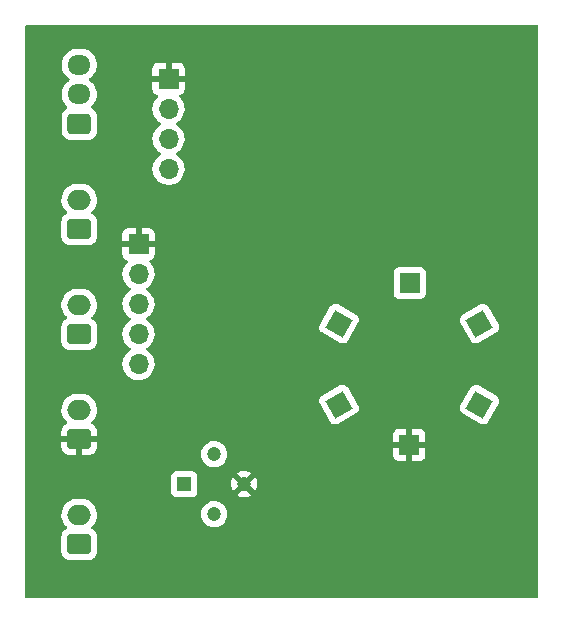
<source format=gbr>
%TF.GenerationSoftware,KiCad,Pcbnew,(6.0.6)*%
%TF.CreationDate,2023-03-15T14:04:20+01:00*%
%TF.ProjectId,Shield_D_port_,53686965-6c64-45f4-94e9-706f7274e92e,rev?*%
%TF.SameCoordinates,Original*%
%TF.FileFunction,Copper,L1,Top*%
%TF.FilePolarity,Positive*%
%FSLAX46Y46*%
G04 Gerber Fmt 4.6, Leading zero omitted, Abs format (unit mm)*
G04 Created by KiCad (PCBNEW (6.0.6)) date 2023-03-15 14:04:20*
%MOMM*%
%LPD*%
G01*
G04 APERTURE LIST*
G04 Aperture macros list*
%AMRoundRect*
0 Rectangle with rounded corners*
0 $1 Rounding radius*
0 $2 $3 $4 $5 $6 $7 $8 $9 X,Y pos of 4 corners*
0 Add a 4 corners polygon primitive as box body*
4,1,4,$2,$3,$4,$5,$6,$7,$8,$9,$2,$3,0*
0 Add four circle primitives for the rounded corners*
1,1,$1+$1,$2,$3*
1,1,$1+$1,$4,$5*
1,1,$1+$1,$6,$7*
1,1,$1+$1,$8,$9*
0 Add four rect primitives between the rounded corners*
20,1,$1+$1,$2,$3,$4,$5,0*
20,1,$1+$1,$4,$5,$6,$7,0*
20,1,$1+$1,$6,$7,$8,$9,0*
20,1,$1+$1,$8,$9,$2,$3,0*%
%AMRotRect*
0 Rectangle, with rotation*
0 The origin of the aperture is its center*
0 $1 length*
0 $2 width*
0 $3 Rotation angle, in degrees counterclockwise*
0 Add horizontal line*
21,1,$1,$2,0,0,$3*%
G04 Aperture macros list end*
%TA.AperFunction,ComponentPad*%
%ADD10R,1.700000X1.700000*%
%TD*%
%TA.AperFunction,ComponentPad*%
%ADD11RotRect,1.700000X1.700000X60.000000*%
%TD*%
%TA.AperFunction,ComponentPad*%
%ADD12RotRect,1.700000X1.700000X30.000000*%
%TD*%
%TA.AperFunction,ComponentPad*%
%ADD13O,1.950000X1.700000*%
%TD*%
%TA.AperFunction,ComponentPad*%
%ADD14RoundRect,0.250000X0.725000X-0.600000X0.725000X0.600000X-0.725000X0.600000X-0.725000X-0.600000X0*%
%TD*%
%TA.AperFunction,ComponentPad*%
%ADD15O,1.700000X1.700000*%
%TD*%
%TA.AperFunction,ComponentPad*%
%ADD16R,1.198000X1.198000*%
%TD*%
%TA.AperFunction,ComponentPad*%
%ADD17C,1.198000*%
%TD*%
%TA.AperFunction,ComponentPad*%
%ADD18RoundRect,0.250000X0.750000X-0.600000X0.750000X0.600000X-0.750000X0.600000X-0.750000X-0.600000X0*%
%TD*%
%TA.AperFunction,ComponentPad*%
%ADD19O,2.000000X1.700000*%
%TD*%
G04 APERTURE END LIST*
D10*
%TO.P,U3,1,VDD*%
%TO.N,+5V*%
X130810000Y-116052600D03*
%TO.P,U3,2,GND*%
%TO.N,GND*%
X130860800Y-102362000D03*
D11*
%TO.P,U3,3,SDA*%
%TO.N,I2C1_SDA*%
X136753600Y-112649000D03*
D12*
X124866400Y-112649000D03*
D11*
%TO.P,U3,4,SCL*%
%TO.N,I2C1_SCL*%
X124866400Y-105791000D03*
D12*
X136753600Y-105791000D03*
%TD*%
D13*
%TO.P,J3,3,Pin_3*%
%TO.N,Ack_UV*%
X102870000Y-83860000D03*
%TO.P,J3,2,Pin_2*%
%TO.N,GND_Sky_Temperature*%
X102870000Y-86360000D03*
D14*
%TO.P,J3,1,Pin_1*%
%TO.N,GND_Pluviom\u00E8tre*%
X102870000Y-88860000D03*
%TD*%
D10*
%TO.P,U2,1,VCC*%
%TO.N,+5V*%
X107890000Y-99060000D03*
D15*
%TO.P,U2,2,GND*%
%TO.N,GND*%
X107890000Y-101600000D03*
%TO.P,U2,3,SCL*%
%TO.N,I2C1_SCL*%
X107890000Y-104140000D03*
%TO.P,U2,4,SDA*%
%TO.N,I2C1_SDA*%
X107890000Y-106680000D03*
%TO.P,U2,5,ACK*%
%TO.N,Ack_UV*%
X107890000Y-109220000D03*
%TD*%
D10*
%TO.P,U1,1,VCC*%
%TO.N,+5V*%
X110430000Y-85060000D03*
D15*
%TO.P,U1,2,GND*%
%TO.N,GND_Pluviom\u00E8tre*%
X110430000Y-87600000D03*
%TO.P,U1,3,D0*%
%TO.N,Pluviom\u00E8tre_Trigger*%
X110430000Y-90140000D03*
%TO.P,U1,4,A0*%
%TO.N,Pluviom\u00E8tre_Mesure*%
X110430000Y-92680000D03*
%TD*%
D16*
%TO.P,M1,1,SCL/VZ*%
%TO.N,I2C2_SCL*%
X111760000Y-119380000D03*
D17*
%TO.P,M1,3,VDD*%
%TO.N,+5V*%
X116840000Y-119380000D03*
%TO.P,M1,4,VSS*%
%TO.N,GND_Sky_Temperature*%
X114300000Y-116840000D03*
%TO.P,M1,2,SDA/PWM*%
%TO.N,I2C2_SDA*%
X114300000Y-121920000D03*
%TD*%
D18*
%TO.P,J5,1,Pin_1*%
%TO.N,I2C2_SDA*%
X102870000Y-124460000D03*
D19*
%TO.P,J5,2,Pin_2*%
%TO.N,I2C2_SCL*%
X102870000Y-121960000D03*
%TD*%
D18*
%TO.P,J4,1,Pin_1*%
%TO.N,I2C1_SDA*%
X102870000Y-106680000D03*
D19*
%TO.P,J4,2,Pin_2*%
%TO.N,I2C1_SCL*%
X102870000Y-104180000D03*
%TD*%
D18*
%TO.P,J2,1,Pin_1*%
%TO.N,+5V*%
X102870000Y-115570000D03*
D19*
%TO.P,J2,2,Pin_2*%
%TO.N,GND*%
X102870000Y-113070000D03*
%TD*%
D18*
%TO.P,J1,1,Pin_1*%
%TO.N,Pluviom\u00E8tre_Mesure*%
X102870000Y-97790000D03*
D19*
%TO.P,J1,2,Pin_2*%
%TO.N,Pluviom\u00E8tre_Trigger*%
X102870000Y-95290000D03*
%TD*%
%TA.AperFunction,Conductor*%
%TO.N,+5V*%
G36*
X141673621Y-80538502D02*
G01*
X141720114Y-80592158D01*
X141731500Y-80644500D01*
X141731500Y-128905500D01*
X141711498Y-128973621D01*
X141657842Y-129020114D01*
X141605500Y-129031500D01*
X98424500Y-129031500D01*
X98356379Y-129011498D01*
X98309886Y-128957842D01*
X98298500Y-128905500D01*
X98298500Y-121895774D01*
X101358102Y-121895774D01*
X101358302Y-121901103D01*
X101358302Y-121901105D01*
X101361197Y-121978210D01*
X101366751Y-122126158D01*
X101414093Y-122351791D01*
X101416051Y-122356750D01*
X101416052Y-122356752D01*
X101461123Y-122470877D01*
X101498776Y-122566221D01*
X101618377Y-122763317D01*
X101621874Y-122767347D01*
X101765852Y-122933267D01*
X101769477Y-122937445D01*
X101805120Y-122966670D01*
X101845114Y-123025329D01*
X101847046Y-123096299D01*
X101810302Y-123157048D01*
X101791532Y-123171248D01*
X101660579Y-123252285D01*
X101645652Y-123261522D01*
X101520695Y-123386697D01*
X101427885Y-123537262D01*
X101372203Y-123705139D01*
X101361500Y-123809600D01*
X101361500Y-125110400D01*
X101372474Y-125216166D01*
X101428450Y-125383946D01*
X101521522Y-125534348D01*
X101646697Y-125659305D01*
X101652927Y-125663145D01*
X101652928Y-125663146D01*
X101790090Y-125747694D01*
X101797262Y-125752115D01*
X101877005Y-125778564D01*
X101958611Y-125805632D01*
X101958613Y-125805632D01*
X101965139Y-125807797D01*
X101971975Y-125808497D01*
X101971978Y-125808498D01*
X102015031Y-125812909D01*
X102069600Y-125818500D01*
X103670400Y-125818500D01*
X103673646Y-125818163D01*
X103673650Y-125818163D01*
X103769308Y-125808238D01*
X103769312Y-125808237D01*
X103776166Y-125807526D01*
X103782702Y-125805345D01*
X103782704Y-125805345D01*
X103914806Y-125761272D01*
X103943946Y-125751550D01*
X104094348Y-125658478D01*
X104219305Y-125533303D01*
X104312115Y-125382738D01*
X104367797Y-125214861D01*
X104378500Y-125110400D01*
X104378500Y-123809600D01*
X104367526Y-123703834D01*
X104311550Y-123536054D01*
X104218478Y-123385652D01*
X104093303Y-123260695D01*
X103947660Y-123170919D01*
X103900168Y-123118148D01*
X103888744Y-123048076D01*
X103917018Y-122982952D01*
X103926805Y-122972490D01*
X104037278Y-122867103D01*
X104041135Y-122863424D01*
X104178754Y-122678458D01*
X104195068Y-122646372D01*
X104238342Y-122561256D01*
X104283240Y-122472949D01*
X104314465Y-122372391D01*
X104350024Y-122257871D01*
X104351607Y-122252773D01*
X104362057Y-122173926D01*
X104381198Y-122029511D01*
X104381198Y-122029506D01*
X104381898Y-122024226D01*
X104380171Y-121978210D01*
X104376892Y-121890885D01*
X113188136Y-121890885D01*
X113201449Y-122093993D01*
X113251552Y-122291275D01*
X113336768Y-122476122D01*
X113454242Y-122642345D01*
X113600042Y-122784377D01*
X113604838Y-122787582D01*
X113604841Y-122787584D01*
X113672720Y-122832939D01*
X113769283Y-122897460D01*
X113774586Y-122899738D01*
X113774589Y-122899740D01*
X113930370Y-122966669D01*
X113956297Y-122977808D01*
X114052851Y-122999656D01*
X114149187Y-123021455D01*
X114149190Y-123021455D01*
X114154823Y-123022730D01*
X114160594Y-123022957D01*
X114160596Y-123022957D01*
X114220973Y-123025329D01*
X114358210Y-123030721D01*
X114476476Y-123013573D01*
X114553926Y-123002344D01*
X114553930Y-123002343D01*
X114559648Y-123001514D01*
X114565120Y-122999656D01*
X114565122Y-122999656D01*
X114746927Y-122937941D01*
X114746929Y-122937940D01*
X114752391Y-122936086D01*
X114929983Y-122836630D01*
X115086476Y-122706476D01*
X115216630Y-122549983D01*
X115316086Y-122372391D01*
X115324851Y-122346572D01*
X115379656Y-122185122D01*
X115379656Y-122185120D01*
X115381514Y-122179648D01*
X115410721Y-121978210D01*
X115412245Y-121920000D01*
X115393620Y-121717309D01*
X115379496Y-121667227D01*
X115353041Y-121573428D01*
X115338370Y-121521407D01*
X115248345Y-121338854D01*
X115226567Y-121309689D01*
X115130012Y-121180387D01*
X115130011Y-121180386D01*
X115126559Y-121175763D01*
X114977092Y-121037597D01*
X114804949Y-120928982D01*
X114615895Y-120853558D01*
X114416261Y-120813848D01*
X114410486Y-120813772D01*
X114410482Y-120813772D01*
X114308924Y-120812443D01*
X114212734Y-120811184D01*
X114207037Y-120812163D01*
X114207036Y-120812163D01*
X114046431Y-120839760D01*
X114012130Y-120845654D01*
X113821166Y-120916104D01*
X113646239Y-121020175D01*
X113493206Y-121154381D01*
X113367193Y-121314228D01*
X113364502Y-121319344D01*
X113364500Y-121319346D01*
X113351511Y-121344035D01*
X113272420Y-121494362D01*
X113212060Y-121688751D01*
X113188136Y-121890885D01*
X104376892Y-121890885D01*
X104373449Y-121799173D01*
X104373249Y-121793842D01*
X104325907Y-121568209D01*
X104296743Y-121494362D01*
X104243185Y-121358744D01*
X104243184Y-121358742D01*
X104241224Y-121353779D01*
X104232168Y-121338854D01*
X104124390Y-121161243D01*
X104121623Y-121156683D01*
X104034755Y-121056576D01*
X103974023Y-120986588D01*
X103974021Y-120986586D01*
X103970523Y-120982555D01*
X103902576Y-120926842D01*
X103796373Y-120839760D01*
X103796367Y-120839756D01*
X103792245Y-120836376D01*
X103787609Y-120833737D01*
X103787606Y-120833735D01*
X103596529Y-120724968D01*
X103591886Y-120722325D01*
X103375175Y-120643663D01*
X103369926Y-120642714D01*
X103369923Y-120642713D01*
X103152392Y-120603377D01*
X103152385Y-120603376D01*
X103148308Y-120602639D01*
X103130586Y-120601803D01*
X103125644Y-120601570D01*
X103125637Y-120601570D01*
X103124156Y-120601500D01*
X102662110Y-120601500D01*
X102595191Y-120607178D01*
X102495591Y-120615629D01*
X102495587Y-120615630D01*
X102490280Y-120616080D01*
X102485125Y-120617418D01*
X102485119Y-120617419D01*
X102272297Y-120672657D01*
X102272293Y-120672658D01*
X102267128Y-120673999D01*
X102262262Y-120676191D01*
X102262259Y-120676192D01*
X102153980Y-120724968D01*
X102056925Y-120768688D01*
X101865681Y-120897441D01*
X101861824Y-120901120D01*
X101861822Y-120901122D01*
X101829386Y-120932065D01*
X101698865Y-121056576D01*
X101561246Y-121241542D01*
X101558830Y-121246293D01*
X101558828Y-121246297D01*
X101521688Y-121319346D01*
X101456760Y-121447051D01*
X101455178Y-121452145D01*
X101455177Y-121452148D01*
X101393115Y-121652020D01*
X101388393Y-121667227D01*
X101387692Y-121672516D01*
X101372304Y-121788623D01*
X101358102Y-121895774D01*
X98298500Y-121895774D01*
X98298500Y-120027134D01*
X110652500Y-120027134D01*
X110659255Y-120089316D01*
X110710385Y-120225705D01*
X110797739Y-120342261D01*
X110914295Y-120429615D01*
X111050684Y-120480745D01*
X111112866Y-120487500D01*
X112407134Y-120487500D01*
X112469316Y-120480745D01*
X112605705Y-120429615D01*
X112722261Y-120342261D01*
X112738515Y-120320573D01*
X116263787Y-120320573D01*
X116273669Y-120333062D01*
X116304722Y-120353810D01*
X116314830Y-120359298D01*
X116491150Y-120435051D01*
X116502083Y-120438603D01*
X116689254Y-120480956D01*
X116700662Y-120482458D01*
X116892415Y-120489991D01*
X116903899Y-120489389D01*
X117093817Y-120461853D01*
X117105000Y-120459168D01*
X117286718Y-120397483D01*
X117297221Y-120392807D01*
X117407297Y-120331162D01*
X117417160Y-120321087D01*
X117414204Y-120313415D01*
X116852811Y-119752021D01*
X116838868Y-119744408D01*
X116837034Y-119744539D01*
X116830420Y-119748790D01*
X116269980Y-120309231D01*
X116263787Y-120320573D01*
X112738515Y-120320573D01*
X112809615Y-120225705D01*
X112860745Y-120089316D01*
X112867500Y-120027134D01*
X112867500Y-119356664D01*
X115729017Y-119356664D01*
X115741567Y-119548148D01*
X115743367Y-119559516D01*
X115790605Y-119745512D01*
X115794443Y-119756350D01*
X115874785Y-119930626D01*
X115880536Y-119940587D01*
X115886505Y-119949034D01*
X115897095Y-119957422D01*
X115910394Y-119950395D01*
X116467979Y-119392811D01*
X116474356Y-119381132D01*
X117204408Y-119381132D01*
X117204539Y-119382965D01*
X117208790Y-119389580D01*
X117769504Y-119950293D01*
X117781879Y-119957050D01*
X117788459Y-119952124D01*
X117852807Y-119837221D01*
X117857483Y-119826718D01*
X117919168Y-119645000D01*
X117921853Y-119633817D01*
X117949685Y-119441858D01*
X117950315Y-119434475D01*
X117951645Y-119383704D01*
X117951402Y-119376305D01*
X117933655Y-119183158D01*
X117931557Y-119171837D01*
X117879470Y-118987152D01*
X117875345Y-118976405D01*
X117791370Y-118806121D01*
X117784152Y-118800704D01*
X117771735Y-118807475D01*
X117212022Y-119367188D01*
X117204408Y-119381132D01*
X116474356Y-119381132D01*
X116475592Y-119378868D01*
X116475461Y-119377034D01*
X116471210Y-119370420D01*
X115909279Y-118808490D01*
X115896904Y-118801733D01*
X115890938Y-118806199D01*
X115815576Y-118949438D01*
X115811171Y-118960073D01*
X115754265Y-119143339D01*
X115751873Y-119154593D01*
X115729318Y-119345163D01*
X115729017Y-119356664D01*
X112867500Y-119356664D01*
X112867500Y-118732866D01*
X112860745Y-118670684D01*
X112809615Y-118534295D01*
X112738499Y-118439405D01*
X116263518Y-118439405D01*
X116267005Y-118447794D01*
X116827189Y-119007979D01*
X116841132Y-119015592D01*
X116842966Y-119015461D01*
X116849580Y-119011210D01*
X117409559Y-118451230D01*
X117416316Y-118438855D01*
X117410286Y-118430799D01*
X117349604Y-118392512D01*
X117339356Y-118387291D01*
X117161120Y-118316182D01*
X117150084Y-118312913D01*
X116961875Y-118275475D01*
X116950430Y-118274272D01*
X116758556Y-118271761D01*
X116747076Y-118272664D01*
X116557957Y-118305161D01*
X116546837Y-118308141D01*
X116366799Y-118374560D01*
X116356421Y-118379510D01*
X116273116Y-118429072D01*
X116263518Y-118439405D01*
X112738499Y-118439405D01*
X112722261Y-118417739D01*
X112605705Y-118330385D01*
X112469316Y-118279255D01*
X112407134Y-118272500D01*
X111112866Y-118272500D01*
X111050684Y-118279255D01*
X110914295Y-118330385D01*
X110797739Y-118417739D01*
X110710385Y-118534295D01*
X110659255Y-118670684D01*
X110652500Y-118732866D01*
X110652500Y-120027134D01*
X98298500Y-120027134D01*
X98298500Y-116217095D01*
X101362001Y-116217095D01*
X101362338Y-116223614D01*
X101372257Y-116319206D01*
X101375149Y-116332600D01*
X101426588Y-116486784D01*
X101432761Y-116499962D01*
X101518063Y-116637807D01*
X101527099Y-116649208D01*
X101641829Y-116763739D01*
X101653240Y-116772751D01*
X101791243Y-116857816D01*
X101804424Y-116863963D01*
X101958710Y-116915138D01*
X101972086Y-116918005D01*
X102066438Y-116927672D01*
X102072854Y-116928000D01*
X102597885Y-116928000D01*
X102613124Y-116923525D01*
X102614329Y-116922135D01*
X102616000Y-116914452D01*
X102616000Y-116909884D01*
X103124000Y-116909884D01*
X103128475Y-116925123D01*
X103129865Y-116926328D01*
X103137548Y-116927999D01*
X103667095Y-116927999D01*
X103673614Y-116927662D01*
X103769206Y-116917743D01*
X103782600Y-116914851D01*
X103936784Y-116863412D01*
X103949962Y-116857239D01*
X104024868Y-116810885D01*
X113188136Y-116810885D01*
X113201449Y-117013993D01*
X113251552Y-117211275D01*
X113336768Y-117396122D01*
X113454242Y-117562345D01*
X113600042Y-117704377D01*
X113604838Y-117707582D01*
X113604841Y-117707584D01*
X113672720Y-117752939D01*
X113769283Y-117817460D01*
X113774586Y-117819738D01*
X113774589Y-117819740D01*
X113950990Y-117895528D01*
X113956297Y-117897808D01*
X114052851Y-117919656D01*
X114149187Y-117941455D01*
X114149190Y-117941455D01*
X114154823Y-117942730D01*
X114160594Y-117942957D01*
X114160596Y-117942957D01*
X114222771Y-117945400D01*
X114358210Y-117950721D01*
X114476476Y-117933573D01*
X114553926Y-117922344D01*
X114553930Y-117922343D01*
X114559648Y-117921514D01*
X114565120Y-117919656D01*
X114565122Y-117919656D01*
X114746927Y-117857941D01*
X114746929Y-117857940D01*
X114752391Y-117856086D01*
X114929983Y-117756630D01*
X115086476Y-117626476D01*
X115216630Y-117469983D01*
X115316086Y-117292391D01*
X115323387Y-117270885D01*
X115379656Y-117105122D01*
X115379656Y-117105120D01*
X115381514Y-117099648D01*
X115393033Y-117020206D01*
X115403608Y-116947269D01*
X129452001Y-116947269D01*
X129452371Y-116954090D01*
X129457895Y-117004952D01*
X129461521Y-117020204D01*
X129506676Y-117140654D01*
X129515214Y-117156249D01*
X129591715Y-117258324D01*
X129604276Y-117270885D01*
X129706351Y-117347386D01*
X129721946Y-117355924D01*
X129842394Y-117401078D01*
X129857649Y-117404705D01*
X129908514Y-117410231D01*
X129915328Y-117410600D01*
X130537885Y-117410600D01*
X130553124Y-117406125D01*
X130554329Y-117404735D01*
X130556000Y-117397052D01*
X130556000Y-117392484D01*
X131064000Y-117392484D01*
X131068475Y-117407723D01*
X131069865Y-117408928D01*
X131077548Y-117410599D01*
X131704669Y-117410599D01*
X131711490Y-117410229D01*
X131762352Y-117404705D01*
X131777604Y-117401079D01*
X131898054Y-117355924D01*
X131913649Y-117347386D01*
X132015724Y-117270885D01*
X132028285Y-117258324D01*
X132104786Y-117156249D01*
X132113324Y-117140654D01*
X132158478Y-117020206D01*
X132162105Y-117004951D01*
X132167631Y-116954086D01*
X132168000Y-116947272D01*
X132168000Y-116324715D01*
X132163525Y-116309476D01*
X132162135Y-116308271D01*
X132154452Y-116306600D01*
X131082115Y-116306600D01*
X131066876Y-116311075D01*
X131065671Y-116312465D01*
X131064000Y-116320148D01*
X131064000Y-117392484D01*
X130556000Y-117392484D01*
X130556000Y-116324715D01*
X130551525Y-116309476D01*
X130550135Y-116308271D01*
X130542452Y-116306600D01*
X129470116Y-116306600D01*
X129454877Y-116311075D01*
X129453672Y-116312465D01*
X129452001Y-116320148D01*
X129452001Y-116947269D01*
X115403608Y-116947269D01*
X115410721Y-116898210D01*
X115412245Y-116840000D01*
X115393620Y-116637309D01*
X115338370Y-116441407D01*
X115274783Y-116312465D01*
X115250900Y-116264035D01*
X115248345Y-116258854D01*
X115226567Y-116229689D01*
X115130012Y-116100387D01*
X115130011Y-116100386D01*
X115126559Y-116095763D01*
X114977092Y-115957597D01*
X114804949Y-115848982D01*
X114633258Y-115780485D01*
X129452000Y-115780485D01*
X129456475Y-115795724D01*
X129457865Y-115796929D01*
X129465548Y-115798600D01*
X130537885Y-115798600D01*
X130553124Y-115794125D01*
X130554329Y-115792735D01*
X130556000Y-115785052D01*
X130556000Y-115780485D01*
X131064000Y-115780485D01*
X131068475Y-115795724D01*
X131069865Y-115796929D01*
X131077548Y-115798600D01*
X132149884Y-115798600D01*
X132165123Y-115794125D01*
X132166328Y-115792735D01*
X132167999Y-115785052D01*
X132167999Y-115157931D01*
X132167629Y-115151110D01*
X132162105Y-115100248D01*
X132158479Y-115084996D01*
X132113324Y-114964546D01*
X132104786Y-114948951D01*
X132028285Y-114846876D01*
X132015724Y-114834315D01*
X131913649Y-114757814D01*
X131898054Y-114749276D01*
X131777606Y-114704122D01*
X131762351Y-114700495D01*
X131711486Y-114694969D01*
X131704672Y-114694600D01*
X131082115Y-114694600D01*
X131066876Y-114699075D01*
X131065671Y-114700465D01*
X131064000Y-114708148D01*
X131064000Y-115780485D01*
X130556000Y-115780485D01*
X130556000Y-114712716D01*
X130551525Y-114697477D01*
X130550135Y-114696272D01*
X130542452Y-114694601D01*
X129915331Y-114694601D01*
X129908510Y-114694971D01*
X129857648Y-114700495D01*
X129842396Y-114704121D01*
X129721946Y-114749276D01*
X129706351Y-114757814D01*
X129604276Y-114834315D01*
X129591715Y-114846876D01*
X129515214Y-114948951D01*
X129506676Y-114964546D01*
X129461522Y-115084994D01*
X129457895Y-115100249D01*
X129452369Y-115151114D01*
X129452000Y-115157928D01*
X129452000Y-115780485D01*
X114633258Y-115780485D01*
X114615895Y-115773558D01*
X114416261Y-115733848D01*
X114410486Y-115733772D01*
X114410482Y-115733772D01*
X114308924Y-115732443D01*
X114212734Y-115731184D01*
X114207037Y-115732163D01*
X114207036Y-115732163D01*
X114017827Y-115764675D01*
X114012130Y-115765654D01*
X113821166Y-115836104D01*
X113646239Y-115940175D01*
X113493206Y-116074381D01*
X113489635Y-116078911D01*
X113380700Y-116217095D01*
X113367193Y-116234228D01*
X113364502Y-116239344D01*
X113364500Y-116239346D01*
X113316126Y-116331290D01*
X113272420Y-116414362D01*
X113212060Y-116608751D01*
X113188136Y-116810885D01*
X104024868Y-116810885D01*
X104087807Y-116771937D01*
X104099208Y-116762901D01*
X104213739Y-116648171D01*
X104222751Y-116636760D01*
X104307816Y-116498757D01*
X104313963Y-116485576D01*
X104365138Y-116331290D01*
X104368005Y-116317914D01*
X104377672Y-116223562D01*
X104378000Y-116217146D01*
X104378000Y-115842115D01*
X104373525Y-115826876D01*
X104372135Y-115825671D01*
X104364452Y-115824000D01*
X103142115Y-115824000D01*
X103126876Y-115828475D01*
X103125671Y-115829865D01*
X103124000Y-115837548D01*
X103124000Y-116909884D01*
X102616000Y-116909884D01*
X102616000Y-115842115D01*
X102611525Y-115826876D01*
X102610135Y-115825671D01*
X102602452Y-115824000D01*
X101380116Y-115824000D01*
X101364877Y-115828475D01*
X101363672Y-115829865D01*
X101362001Y-115837548D01*
X101362001Y-116217095D01*
X98298500Y-116217095D01*
X98298500Y-113005774D01*
X101358102Y-113005774D01*
X101366751Y-113236158D01*
X101414093Y-113461791D01*
X101498776Y-113676221D01*
X101618377Y-113873317D01*
X101621874Y-113877347D01*
X101708438Y-113977103D01*
X101769477Y-114047445D01*
X101773608Y-114050832D01*
X101805529Y-114077006D01*
X101845524Y-114135666D01*
X101847455Y-114206636D01*
X101810710Y-114267384D01*
X101791941Y-114281584D01*
X101652193Y-114368063D01*
X101640792Y-114377099D01*
X101526261Y-114491829D01*
X101517249Y-114503240D01*
X101432184Y-114641243D01*
X101426037Y-114654424D01*
X101374862Y-114808710D01*
X101371995Y-114822086D01*
X101362328Y-114916438D01*
X101362000Y-114922855D01*
X101362000Y-115297885D01*
X101366475Y-115313124D01*
X101367865Y-115314329D01*
X101375548Y-115316000D01*
X104359884Y-115316000D01*
X104375123Y-115311525D01*
X104376328Y-115310135D01*
X104377999Y-115302452D01*
X104377999Y-114922905D01*
X104377662Y-114916386D01*
X104367743Y-114820794D01*
X104364851Y-114807400D01*
X104313412Y-114653216D01*
X104307239Y-114640038D01*
X104221937Y-114502193D01*
X104212901Y-114490792D01*
X104098171Y-114376261D01*
X104086757Y-114367247D01*
X103947287Y-114281277D01*
X103899793Y-114228505D01*
X103888369Y-114158434D01*
X103916643Y-114093310D01*
X103926430Y-114082847D01*
X103959991Y-114050832D01*
X104041135Y-113973424D01*
X104178754Y-113788458D01*
X104283240Y-113582949D01*
X104319321Y-113466752D01*
X104350024Y-113367871D01*
X104351607Y-113362773D01*
X104355502Y-113333383D01*
X104381198Y-113139511D01*
X104381198Y-113139506D01*
X104381898Y-113134226D01*
X104380354Y-113093084D01*
X104373449Y-112909173D01*
X104373249Y-112903842D01*
X104325907Y-112678209D01*
X104276181Y-112552296D01*
X104243185Y-112468744D01*
X104243184Y-112468742D01*
X104241224Y-112463779D01*
X104171898Y-112349533D01*
X123191682Y-112349533D01*
X123193156Y-112358389D01*
X123193156Y-112358391D01*
X123210697Y-112463779D01*
X123215596Y-112493214D01*
X123240837Y-112550443D01*
X124138971Y-114106057D01*
X124175912Y-114156531D01*
X124182015Y-114161553D01*
X124182017Y-114161555D01*
X124220990Y-114193624D01*
X124288387Y-114249082D01*
X124296638Y-114252610D01*
X124296640Y-114252611D01*
X124347983Y-114274563D01*
X124422316Y-114306345D01*
X124431225Y-114307415D01*
X124431228Y-114307416D01*
X124522678Y-114318402D01*
X124566933Y-114323718D01*
X124575789Y-114322244D01*
X124575791Y-114322244D01*
X124702824Y-114301101D01*
X124702827Y-114301100D01*
X124710614Y-114299804D01*
X124767843Y-114274563D01*
X126323457Y-113376429D01*
X126373931Y-113339488D01*
X126466482Y-113227013D01*
X126523745Y-113093084D01*
X126541118Y-112948467D01*
X135078882Y-112948467D01*
X135096255Y-113093084D01*
X135153518Y-113227013D01*
X135246069Y-113339488D01*
X135296543Y-113376429D01*
X136852157Y-114274563D01*
X136909386Y-114299804D01*
X136917173Y-114301100D01*
X136917176Y-114301101D01*
X137044209Y-114322244D01*
X137044211Y-114322244D01*
X137053067Y-114323718D01*
X137097322Y-114318402D01*
X137188772Y-114307416D01*
X137188775Y-114307415D01*
X137197684Y-114306345D01*
X137272017Y-114274563D01*
X137323360Y-114252611D01*
X137323362Y-114252610D01*
X137331613Y-114249082D01*
X137399010Y-114193624D01*
X137437983Y-114161555D01*
X137437985Y-114161553D01*
X137444088Y-114156531D01*
X137481029Y-114106057D01*
X138379163Y-112550443D01*
X138404404Y-112493214D01*
X138409304Y-112463779D01*
X138426844Y-112358391D01*
X138426844Y-112358389D01*
X138428318Y-112349533D01*
X138410945Y-112204916D01*
X138353682Y-112070987D01*
X138261131Y-111958512D01*
X138210657Y-111921571D01*
X136655043Y-111023437D01*
X136597814Y-110998196D01*
X136590027Y-110996900D01*
X136590024Y-110996899D01*
X136462991Y-110975756D01*
X136462989Y-110975756D01*
X136454133Y-110974282D01*
X136409878Y-110979598D01*
X136318428Y-110990584D01*
X136318425Y-110990585D01*
X136309516Y-110991655D01*
X136294218Y-110998196D01*
X136183840Y-111045389D01*
X136183838Y-111045390D01*
X136175587Y-111048918D01*
X136168653Y-111054623D01*
X136168654Y-111054623D01*
X136069217Y-111136445D01*
X136069215Y-111136447D01*
X136063112Y-111141469D01*
X136026171Y-111191943D01*
X135128037Y-112747557D01*
X135102796Y-112804786D01*
X135078882Y-112948467D01*
X126541118Y-112948467D01*
X126517204Y-112804786D01*
X126491963Y-112747557D01*
X125593829Y-111191943D01*
X125556888Y-111141469D01*
X125550785Y-111136447D01*
X125550783Y-111136445D01*
X125451346Y-111054623D01*
X125451347Y-111054623D01*
X125444413Y-111048918D01*
X125436162Y-111045390D01*
X125436160Y-111045389D01*
X125325782Y-110998196D01*
X125310484Y-110991655D01*
X125301575Y-110990585D01*
X125301572Y-110990584D01*
X125210122Y-110979598D01*
X125165867Y-110974282D01*
X125157011Y-110975756D01*
X125157009Y-110975756D01*
X125029976Y-110996899D01*
X125029973Y-110996900D01*
X125022186Y-110998196D01*
X124964957Y-111023437D01*
X123409343Y-111921571D01*
X123358869Y-111958512D01*
X123266318Y-112070987D01*
X123209055Y-112204916D01*
X123191682Y-112349533D01*
X104171898Y-112349533D01*
X104121623Y-112266683D01*
X104034755Y-112166576D01*
X103974023Y-112096588D01*
X103974021Y-112096586D01*
X103970523Y-112092555D01*
X103928970Y-112058484D01*
X103796373Y-111949760D01*
X103796367Y-111949756D01*
X103792245Y-111946376D01*
X103787609Y-111943737D01*
X103787606Y-111943735D01*
X103596529Y-111834968D01*
X103591886Y-111832325D01*
X103375175Y-111753663D01*
X103369926Y-111752714D01*
X103369923Y-111752713D01*
X103152392Y-111713377D01*
X103152385Y-111713376D01*
X103148308Y-111712639D01*
X103130586Y-111711803D01*
X103125644Y-111711570D01*
X103125637Y-111711570D01*
X103124156Y-111711500D01*
X102662110Y-111711500D01*
X102595191Y-111717178D01*
X102495591Y-111725629D01*
X102495587Y-111725630D01*
X102490280Y-111726080D01*
X102485125Y-111727418D01*
X102485119Y-111727419D01*
X102272297Y-111782657D01*
X102272293Y-111782658D01*
X102267128Y-111783999D01*
X102262262Y-111786191D01*
X102262259Y-111786192D01*
X102153980Y-111834968D01*
X102056925Y-111878688D01*
X101865681Y-112007441D01*
X101698865Y-112166576D01*
X101561246Y-112351542D01*
X101558830Y-112356293D01*
X101558828Y-112356297D01*
X101509003Y-112454297D01*
X101456760Y-112557051D01*
X101455178Y-112562145D01*
X101455177Y-112562148D01*
X101398524Y-112744601D01*
X101388393Y-112777227D01*
X101387692Y-112782516D01*
X101372304Y-112898623D01*
X101358102Y-113005774D01*
X98298500Y-113005774D01*
X98298500Y-109186695D01*
X106527251Y-109186695D01*
X106527548Y-109191848D01*
X106527548Y-109191851D01*
X106533011Y-109286590D01*
X106540110Y-109409715D01*
X106541247Y-109414761D01*
X106541248Y-109414767D01*
X106561119Y-109502939D01*
X106589222Y-109627639D01*
X106673266Y-109834616D01*
X106789987Y-110025088D01*
X106936250Y-110193938D01*
X107108126Y-110336632D01*
X107301000Y-110449338D01*
X107509692Y-110529030D01*
X107514760Y-110530061D01*
X107514763Y-110530062D01*
X107622017Y-110551883D01*
X107728597Y-110573567D01*
X107733772Y-110573757D01*
X107733774Y-110573757D01*
X107946673Y-110581564D01*
X107946677Y-110581564D01*
X107951837Y-110581753D01*
X107956957Y-110581097D01*
X107956959Y-110581097D01*
X108168288Y-110554025D01*
X108168289Y-110554025D01*
X108173416Y-110553368D01*
X108178366Y-110551883D01*
X108382429Y-110490661D01*
X108382434Y-110490659D01*
X108387384Y-110489174D01*
X108587994Y-110390896D01*
X108769860Y-110261173D01*
X108928096Y-110103489D01*
X108987594Y-110020689D01*
X109055435Y-109926277D01*
X109058453Y-109922077D01*
X109157430Y-109721811D01*
X109222370Y-109508069D01*
X109251529Y-109286590D01*
X109253156Y-109220000D01*
X109234852Y-108997361D01*
X109180431Y-108780702D01*
X109091354Y-108575840D01*
X108970014Y-108388277D01*
X108819670Y-108223051D01*
X108815619Y-108219852D01*
X108815615Y-108219848D01*
X108648414Y-108087800D01*
X108648410Y-108087798D01*
X108644359Y-108084598D01*
X108603053Y-108061796D01*
X108553084Y-108011364D01*
X108538312Y-107941921D01*
X108563428Y-107875516D01*
X108590780Y-107848909D01*
X108634603Y-107817650D01*
X108769860Y-107721173D01*
X108928096Y-107563489D01*
X108987594Y-107480689D01*
X109055435Y-107386277D01*
X109058453Y-107382077D01*
X109085608Y-107327134D01*
X109155136Y-107186453D01*
X109155137Y-107186451D01*
X109157430Y-107181811D01*
X109222370Y-106968069D01*
X109251529Y-106746590D01*
X109253156Y-106680000D01*
X109234852Y-106457361D01*
X109180431Y-106240702D01*
X109115107Y-106090467D01*
X123191682Y-106090467D01*
X123192753Y-106099381D01*
X123206558Y-106214297D01*
X123209055Y-106235084D01*
X123266318Y-106369013D01*
X123272023Y-106375946D01*
X123343263Y-106462522D01*
X123358869Y-106481488D01*
X123409343Y-106518429D01*
X124964957Y-107416563D01*
X125022186Y-107441804D01*
X125029973Y-107443100D01*
X125029976Y-107443101D01*
X125157009Y-107464244D01*
X125157011Y-107464244D01*
X125165867Y-107465718D01*
X125210122Y-107460402D01*
X125301572Y-107449416D01*
X125301575Y-107449415D01*
X125310484Y-107448345D01*
X125384817Y-107416563D01*
X125436160Y-107394611D01*
X125436162Y-107394610D01*
X125444413Y-107391082D01*
X125514272Y-107333598D01*
X125550783Y-107303555D01*
X125550785Y-107303553D01*
X125556888Y-107298531D01*
X125593829Y-107248057D01*
X126491963Y-105692443D01*
X126517204Y-105635214D01*
X126520914Y-105612928D01*
X126539644Y-105500391D01*
X126539644Y-105500389D01*
X126541118Y-105491533D01*
X135078882Y-105491533D01*
X135080356Y-105500389D01*
X135080356Y-105500391D01*
X135099087Y-105612928D01*
X135102796Y-105635214D01*
X135128037Y-105692443D01*
X136026171Y-107248057D01*
X136063112Y-107298531D01*
X136069215Y-107303553D01*
X136069217Y-107303555D01*
X136105728Y-107333598D01*
X136175587Y-107391082D01*
X136183838Y-107394610D01*
X136183840Y-107394611D01*
X136235183Y-107416563D01*
X136309516Y-107448345D01*
X136318425Y-107449415D01*
X136318428Y-107449416D01*
X136409878Y-107460402D01*
X136454133Y-107465718D01*
X136462989Y-107464244D01*
X136462991Y-107464244D01*
X136590024Y-107443101D01*
X136590027Y-107443100D01*
X136597814Y-107441804D01*
X136655043Y-107416563D01*
X138210657Y-106518429D01*
X138261131Y-106481488D01*
X138276738Y-106462522D01*
X138347977Y-106375946D01*
X138353682Y-106369013D01*
X138410945Y-106235084D01*
X138413443Y-106214297D01*
X138427247Y-106099381D01*
X138428318Y-106090467D01*
X138418723Y-106032817D01*
X138405701Y-105954576D01*
X138405700Y-105954573D01*
X138404404Y-105946786D01*
X138379163Y-105889557D01*
X137481029Y-104333943D01*
X137444088Y-104283469D01*
X137437985Y-104278447D01*
X137437983Y-104278445D01*
X137338546Y-104196623D01*
X137338547Y-104196623D01*
X137331613Y-104190918D01*
X137323362Y-104187390D01*
X137323360Y-104187389D01*
X137212982Y-104140196D01*
X137197684Y-104133655D01*
X137188775Y-104132585D01*
X137188772Y-104132584D01*
X137093215Y-104121105D01*
X137053067Y-104116282D01*
X137044211Y-104117756D01*
X137044209Y-104117756D01*
X136917176Y-104138899D01*
X136917173Y-104138900D01*
X136909386Y-104140196D01*
X136852157Y-104165437D01*
X135296543Y-105063571D01*
X135246069Y-105100512D01*
X135153518Y-105212987D01*
X135096255Y-105346916D01*
X135095185Y-105355825D01*
X135095184Y-105355828D01*
X135087072Y-105423357D01*
X135078882Y-105491533D01*
X126541118Y-105491533D01*
X126532928Y-105423357D01*
X126524816Y-105355828D01*
X126524815Y-105355825D01*
X126523745Y-105346916D01*
X126466482Y-105212987D01*
X126373931Y-105100512D01*
X126323457Y-105063571D01*
X124767843Y-104165437D01*
X124710614Y-104140196D01*
X124702827Y-104138900D01*
X124702824Y-104138899D01*
X124575791Y-104117756D01*
X124575789Y-104117756D01*
X124566933Y-104116282D01*
X124526785Y-104121105D01*
X124431228Y-104132584D01*
X124431225Y-104132585D01*
X124422316Y-104133655D01*
X124407018Y-104140196D01*
X124296640Y-104187389D01*
X124296638Y-104187390D01*
X124288387Y-104190918D01*
X124281453Y-104196623D01*
X124281454Y-104196623D01*
X124182017Y-104278445D01*
X124182015Y-104278447D01*
X124175912Y-104283469D01*
X124138971Y-104333943D01*
X123240837Y-105889557D01*
X123215596Y-105946786D01*
X123214300Y-105954573D01*
X123214299Y-105954576D01*
X123201277Y-106032817D01*
X123191682Y-106090467D01*
X109115107Y-106090467D01*
X109091354Y-106035840D01*
X109015515Y-105918611D01*
X108972822Y-105852617D01*
X108972820Y-105852614D01*
X108970014Y-105848277D01*
X108819670Y-105683051D01*
X108815619Y-105679852D01*
X108815615Y-105679848D01*
X108648414Y-105547800D01*
X108648410Y-105547798D01*
X108644359Y-105544598D01*
X108603053Y-105521796D01*
X108553084Y-105471364D01*
X108538312Y-105401921D01*
X108563428Y-105335516D01*
X108590780Y-105308909D01*
X108648026Y-105268076D01*
X108769860Y-105181173D01*
X108928096Y-105023489D01*
X108987594Y-104940689D01*
X109055435Y-104846277D01*
X109058453Y-104842077D01*
X109088513Y-104781256D01*
X109155136Y-104646453D01*
X109155137Y-104646451D01*
X109157430Y-104641811D01*
X109222370Y-104428069D01*
X109251529Y-104206590D01*
X109252493Y-104167144D01*
X109253074Y-104143365D01*
X109253074Y-104143361D01*
X109253156Y-104140000D01*
X109252635Y-104133655D01*
X109235276Y-103922522D01*
X109234852Y-103917361D01*
X109180431Y-103700702D01*
X109091354Y-103495840D01*
X108983883Y-103329715D01*
X108972822Y-103312617D01*
X108972820Y-103312614D01*
X108970014Y-103308277D01*
X108926207Y-103260134D01*
X129502300Y-103260134D01*
X129509055Y-103322316D01*
X129560185Y-103458705D01*
X129647539Y-103575261D01*
X129764095Y-103662615D01*
X129900484Y-103713745D01*
X129962666Y-103720500D01*
X131758934Y-103720500D01*
X131821116Y-103713745D01*
X131957505Y-103662615D01*
X132074061Y-103575261D01*
X132161415Y-103458705D01*
X132212545Y-103322316D01*
X132219300Y-103260134D01*
X132219300Y-101463866D01*
X132212545Y-101401684D01*
X132161415Y-101265295D01*
X132074061Y-101148739D01*
X131957505Y-101061385D01*
X131821116Y-101010255D01*
X131758934Y-101003500D01*
X129962666Y-101003500D01*
X129900484Y-101010255D01*
X129764095Y-101061385D01*
X129647539Y-101148739D01*
X129560185Y-101265295D01*
X129509055Y-101401684D01*
X129502300Y-101463866D01*
X129502300Y-103260134D01*
X108926207Y-103260134D01*
X108819670Y-103143051D01*
X108815619Y-103139852D01*
X108815615Y-103139848D01*
X108648414Y-103007800D01*
X108648410Y-103007798D01*
X108644359Y-103004598D01*
X108603053Y-102981796D01*
X108553084Y-102931364D01*
X108538312Y-102861921D01*
X108563428Y-102795516D01*
X108590780Y-102768909D01*
X108634603Y-102737650D01*
X108769860Y-102641173D01*
X108928096Y-102483489D01*
X108987594Y-102400689D01*
X109055435Y-102306277D01*
X109058453Y-102302077D01*
X109157430Y-102101811D01*
X109222370Y-101888069D01*
X109251529Y-101666590D01*
X109253156Y-101600000D01*
X109234852Y-101377361D01*
X109180431Y-101160702D01*
X109091354Y-100955840D01*
X108970014Y-100768277D01*
X108966540Y-100764459D01*
X108966533Y-100764450D01*
X108822435Y-100606088D01*
X108791383Y-100542242D01*
X108799779Y-100471744D01*
X108844956Y-100416976D01*
X108871400Y-100403307D01*
X108978052Y-100363325D01*
X108993649Y-100354786D01*
X109095724Y-100278285D01*
X109108285Y-100265724D01*
X109184786Y-100163649D01*
X109193324Y-100148054D01*
X109238478Y-100027606D01*
X109242105Y-100012351D01*
X109247631Y-99961486D01*
X109248000Y-99954672D01*
X109248000Y-99332115D01*
X109243525Y-99316876D01*
X109242135Y-99315671D01*
X109234452Y-99314000D01*
X106550116Y-99314000D01*
X106534877Y-99318475D01*
X106533672Y-99319865D01*
X106532001Y-99327548D01*
X106532001Y-99954669D01*
X106532371Y-99961490D01*
X106537895Y-100012352D01*
X106541521Y-100027604D01*
X106586676Y-100148054D01*
X106595214Y-100163649D01*
X106671715Y-100265724D01*
X106684276Y-100278285D01*
X106786351Y-100354786D01*
X106801946Y-100363324D01*
X106910827Y-100404142D01*
X106967591Y-100446784D01*
X106992291Y-100513345D01*
X106977083Y-100582694D01*
X106957691Y-100609175D01*
X106834200Y-100738401D01*
X106830629Y-100742138D01*
X106704743Y-100926680D01*
X106610688Y-101129305D01*
X106550989Y-101344570D01*
X106527251Y-101566695D01*
X106527548Y-101571848D01*
X106527548Y-101571851D01*
X106533011Y-101666590D01*
X106540110Y-101789715D01*
X106541247Y-101794761D01*
X106541248Y-101794767D01*
X106561119Y-101882939D01*
X106589222Y-102007639D01*
X106673266Y-102214616D01*
X106789987Y-102405088D01*
X106936250Y-102573938D01*
X107108126Y-102716632D01*
X107178595Y-102757811D01*
X107181445Y-102759476D01*
X107230169Y-102811114D01*
X107243240Y-102880897D01*
X107216509Y-102946669D01*
X107176055Y-102980027D01*
X107163607Y-102986507D01*
X107159474Y-102989610D01*
X107159471Y-102989612D01*
X107070550Y-103056376D01*
X106984965Y-103120635D01*
X106981393Y-103124373D01*
X106851657Y-103260134D01*
X106830629Y-103282138D01*
X106704743Y-103466680D01*
X106689003Y-103500590D01*
X106655030Y-103573779D01*
X106610688Y-103669305D01*
X106550989Y-103884570D01*
X106527251Y-104106695D01*
X106527548Y-104111848D01*
X106527548Y-104111851D01*
X106537811Y-104289849D01*
X106540110Y-104329715D01*
X106541247Y-104334761D01*
X106541248Y-104334767D01*
X106561119Y-104422939D01*
X106589222Y-104547639D01*
X106673266Y-104754616D01*
X106789987Y-104945088D01*
X106936250Y-105113938D01*
X107108126Y-105256632D01*
X107178595Y-105297811D01*
X107181445Y-105299476D01*
X107230169Y-105351114D01*
X107243240Y-105420897D01*
X107216509Y-105486669D01*
X107176055Y-105520027D01*
X107163607Y-105526507D01*
X107159474Y-105529610D01*
X107159471Y-105529612D01*
X106989100Y-105657530D01*
X106984965Y-105660635D01*
X106981393Y-105664373D01*
X106898580Y-105751032D01*
X106830629Y-105822138D01*
X106827715Y-105826410D01*
X106827714Y-105826411D01*
X106765717Y-105917296D01*
X106704743Y-106006680D01*
X106610688Y-106209305D01*
X106550989Y-106424570D01*
X106527251Y-106646695D01*
X106527548Y-106651848D01*
X106527548Y-106651851D01*
X106533011Y-106746590D01*
X106540110Y-106869715D01*
X106541247Y-106874761D01*
X106541248Y-106874767D01*
X106561119Y-106962939D01*
X106589222Y-107087639D01*
X106673266Y-107294616D01*
X106697154Y-107333598D01*
X106763463Y-107441804D01*
X106789987Y-107485088D01*
X106936250Y-107653938D01*
X107108126Y-107796632D01*
X107178595Y-107837811D01*
X107181445Y-107839476D01*
X107230169Y-107891114D01*
X107243240Y-107960897D01*
X107216509Y-108026669D01*
X107176055Y-108060027D01*
X107163607Y-108066507D01*
X107159474Y-108069610D01*
X107159471Y-108069612D01*
X107135247Y-108087800D01*
X106984965Y-108200635D01*
X106830629Y-108362138D01*
X106704743Y-108546680D01*
X106610688Y-108749305D01*
X106550989Y-108964570D01*
X106527251Y-109186695D01*
X98298500Y-109186695D01*
X98298500Y-104115774D01*
X101358102Y-104115774D01*
X101358302Y-104121103D01*
X101358302Y-104121105D01*
X101360923Y-104190918D01*
X101366751Y-104346158D01*
X101414093Y-104571791D01*
X101416051Y-104576750D01*
X101416052Y-104576752D01*
X101486295Y-104754616D01*
X101498776Y-104786221D01*
X101618377Y-104983317D01*
X101621874Y-104987347D01*
X101731724Y-105113938D01*
X101769477Y-105157445D01*
X101805120Y-105186670D01*
X101845114Y-105245329D01*
X101847046Y-105316299D01*
X101810302Y-105377048D01*
X101791532Y-105391248D01*
X101743620Y-105420897D01*
X101645652Y-105481522D01*
X101520695Y-105606697D01*
X101516855Y-105612927D01*
X101516854Y-105612928D01*
X101473630Y-105683051D01*
X101427885Y-105757262D01*
X101372203Y-105925139D01*
X101361500Y-106029600D01*
X101361500Y-107330400D01*
X101361837Y-107333646D01*
X101361837Y-107333650D01*
X101370583Y-107417939D01*
X101372474Y-107436166D01*
X101374655Y-107442702D01*
X101374655Y-107442704D01*
X101418728Y-107574806D01*
X101428450Y-107603946D01*
X101521522Y-107754348D01*
X101646697Y-107879305D01*
X101652927Y-107883145D01*
X101652928Y-107883146D01*
X101790090Y-107967694D01*
X101797262Y-107972115D01*
X101810899Y-107976638D01*
X101958611Y-108025632D01*
X101958613Y-108025632D01*
X101965139Y-108027797D01*
X101971975Y-108028497D01*
X101971978Y-108028498D01*
X102015031Y-108032909D01*
X102069600Y-108038500D01*
X103670400Y-108038500D01*
X103673646Y-108038163D01*
X103673650Y-108038163D01*
X103769308Y-108028238D01*
X103769312Y-108028237D01*
X103776166Y-108027526D01*
X103782702Y-108025345D01*
X103782704Y-108025345D01*
X103928695Y-107976638D01*
X103943946Y-107971550D01*
X104094348Y-107878478D01*
X104219305Y-107753303D01*
X104241357Y-107717529D01*
X104308275Y-107608968D01*
X104308276Y-107608966D01*
X104312115Y-107602738D01*
X104357562Y-107465718D01*
X104365632Y-107441389D01*
X104365632Y-107441387D01*
X104367797Y-107434861D01*
X104378500Y-107330400D01*
X104378500Y-106029600D01*
X104370716Y-105954576D01*
X104368238Y-105930692D01*
X104368237Y-105930688D01*
X104367526Y-105923834D01*
X104333598Y-105822138D01*
X104313868Y-105763002D01*
X104311550Y-105756054D01*
X104218478Y-105605652D01*
X104093303Y-105480695D01*
X104078166Y-105471364D01*
X104051363Y-105454843D01*
X103947660Y-105390919D01*
X103900168Y-105338148D01*
X103888744Y-105268076D01*
X103917018Y-105202952D01*
X103926805Y-105192490D01*
X104009148Y-105113938D01*
X104041135Y-105083424D01*
X104178754Y-104898458D01*
X104283240Y-104692949D01*
X104319321Y-104576752D01*
X104350024Y-104477871D01*
X104351607Y-104472773D01*
X104358212Y-104422939D01*
X104381198Y-104249511D01*
X104381198Y-104249506D01*
X104381898Y-104244226D01*
X104378889Y-104164061D01*
X104373449Y-104019173D01*
X104373249Y-104013842D01*
X104325907Y-103788209D01*
X104299022Y-103720131D01*
X104243185Y-103578744D01*
X104243184Y-103578742D01*
X104241224Y-103573779D01*
X104237767Y-103568081D01*
X104124390Y-103381243D01*
X104121623Y-103376683D01*
X104118126Y-103372653D01*
X103974023Y-103206588D01*
X103974021Y-103206586D01*
X103970523Y-103202555D01*
X103897953Y-103143051D01*
X103796373Y-103059760D01*
X103796367Y-103059756D01*
X103792245Y-103056376D01*
X103787609Y-103053737D01*
X103787606Y-103053735D01*
X103596529Y-102944968D01*
X103591886Y-102942325D01*
X103375175Y-102863663D01*
X103369926Y-102862714D01*
X103369923Y-102862713D01*
X103152392Y-102823377D01*
X103152385Y-102823376D01*
X103148308Y-102822639D01*
X103130586Y-102821803D01*
X103125644Y-102821570D01*
X103125637Y-102821570D01*
X103124156Y-102821500D01*
X102662110Y-102821500D01*
X102595191Y-102827178D01*
X102495591Y-102835629D01*
X102495587Y-102835630D01*
X102490280Y-102836080D01*
X102485125Y-102837418D01*
X102485119Y-102837419D01*
X102272297Y-102892657D01*
X102272293Y-102892658D01*
X102267128Y-102893999D01*
X102262262Y-102896191D01*
X102262259Y-102896192D01*
X102153980Y-102944968D01*
X102056925Y-102988688D01*
X101865681Y-103117441D01*
X101861824Y-103121120D01*
X101861822Y-103121122D01*
X101792464Y-103187287D01*
X101698865Y-103276576D01*
X101695682Y-103280854D01*
X101678121Y-103304457D01*
X101561246Y-103461542D01*
X101558830Y-103466293D01*
X101558828Y-103466297D01*
X101543808Y-103495840D01*
X101456760Y-103667051D01*
X101455178Y-103672145D01*
X101455177Y-103672148D01*
X101393115Y-103872020D01*
X101388393Y-103887227D01*
X101387692Y-103892516D01*
X101359986Y-104101562D01*
X101358102Y-104115774D01*
X98298500Y-104115774D01*
X98298500Y-95225774D01*
X101358102Y-95225774D01*
X101366751Y-95456158D01*
X101414093Y-95681791D01*
X101498776Y-95896221D01*
X101618377Y-96093317D01*
X101621874Y-96097347D01*
X101708438Y-96197103D01*
X101769477Y-96267445D01*
X101805120Y-96296670D01*
X101845114Y-96355329D01*
X101847046Y-96426299D01*
X101810302Y-96487048D01*
X101791532Y-96501248D01*
X101660579Y-96582285D01*
X101645652Y-96591522D01*
X101520695Y-96716697D01*
X101427885Y-96867262D01*
X101372203Y-97035139D01*
X101361500Y-97139600D01*
X101361500Y-98440400D01*
X101372474Y-98546166D01*
X101428450Y-98713946D01*
X101521522Y-98864348D01*
X101646697Y-98989305D01*
X101652927Y-98993145D01*
X101652928Y-98993146D01*
X101790090Y-99077694D01*
X101797262Y-99082115D01*
X101877005Y-99108564D01*
X101958611Y-99135632D01*
X101958613Y-99135632D01*
X101965139Y-99137797D01*
X101971975Y-99138497D01*
X101971978Y-99138498D01*
X102015031Y-99142909D01*
X102069600Y-99148500D01*
X103670400Y-99148500D01*
X103673646Y-99148163D01*
X103673650Y-99148163D01*
X103769308Y-99138238D01*
X103769312Y-99138237D01*
X103776166Y-99137526D01*
X103782702Y-99135345D01*
X103782704Y-99135345D01*
X103914806Y-99091272D01*
X103943946Y-99081550D01*
X104094348Y-98988478D01*
X104219305Y-98863303D01*
X104257386Y-98801525D01*
X104265794Y-98787885D01*
X106532000Y-98787885D01*
X106536475Y-98803124D01*
X106537865Y-98804329D01*
X106545548Y-98806000D01*
X107617885Y-98806000D01*
X107633124Y-98801525D01*
X107634329Y-98800135D01*
X107636000Y-98792452D01*
X107636000Y-98787885D01*
X108144000Y-98787885D01*
X108148475Y-98803124D01*
X108149865Y-98804329D01*
X108157548Y-98806000D01*
X109229884Y-98806000D01*
X109245123Y-98801525D01*
X109246328Y-98800135D01*
X109247999Y-98792452D01*
X109247999Y-98165331D01*
X109247629Y-98158510D01*
X109242105Y-98107648D01*
X109238479Y-98092396D01*
X109193324Y-97971946D01*
X109184786Y-97956351D01*
X109108285Y-97854276D01*
X109095724Y-97841715D01*
X108993649Y-97765214D01*
X108978054Y-97756676D01*
X108857606Y-97711522D01*
X108842351Y-97707895D01*
X108791486Y-97702369D01*
X108784672Y-97702000D01*
X108162115Y-97702000D01*
X108146876Y-97706475D01*
X108145671Y-97707865D01*
X108144000Y-97715548D01*
X108144000Y-98787885D01*
X107636000Y-98787885D01*
X107636000Y-97720116D01*
X107631525Y-97704877D01*
X107630135Y-97703672D01*
X107622452Y-97702001D01*
X106995331Y-97702001D01*
X106988510Y-97702371D01*
X106937648Y-97707895D01*
X106922396Y-97711521D01*
X106801946Y-97756676D01*
X106786351Y-97765214D01*
X106684276Y-97841715D01*
X106671715Y-97854276D01*
X106595214Y-97956351D01*
X106586676Y-97971946D01*
X106541522Y-98092394D01*
X106537895Y-98107649D01*
X106532369Y-98158514D01*
X106532000Y-98165328D01*
X106532000Y-98787885D01*
X104265794Y-98787885D01*
X104308275Y-98718968D01*
X104308276Y-98718966D01*
X104312115Y-98712738D01*
X104367797Y-98544861D01*
X104378500Y-98440400D01*
X104378500Y-97139600D01*
X104367526Y-97033834D01*
X104311550Y-96866054D01*
X104218478Y-96715652D01*
X104093303Y-96590695D01*
X103947660Y-96500919D01*
X103900168Y-96448148D01*
X103888744Y-96378076D01*
X103917018Y-96312952D01*
X103926805Y-96302490D01*
X104037278Y-96197103D01*
X104041135Y-96193424D01*
X104178754Y-96008458D01*
X104283240Y-95802949D01*
X104319321Y-95686752D01*
X104350024Y-95587871D01*
X104351607Y-95582773D01*
X104352308Y-95577484D01*
X104381198Y-95359511D01*
X104381198Y-95359506D01*
X104381898Y-95354226D01*
X104373249Y-95123842D01*
X104325907Y-94898209D01*
X104241224Y-94683779D01*
X104121623Y-94486683D01*
X104034755Y-94386576D01*
X103974023Y-94316588D01*
X103974021Y-94316586D01*
X103970523Y-94312555D01*
X103928970Y-94278484D01*
X103796373Y-94169760D01*
X103796367Y-94169756D01*
X103792245Y-94166376D01*
X103787609Y-94163737D01*
X103787606Y-94163735D01*
X103596529Y-94054968D01*
X103591886Y-94052325D01*
X103375175Y-93973663D01*
X103369926Y-93972714D01*
X103369923Y-93972713D01*
X103152392Y-93933377D01*
X103152385Y-93933376D01*
X103148308Y-93932639D01*
X103130586Y-93931803D01*
X103125644Y-93931570D01*
X103125637Y-93931570D01*
X103124156Y-93931500D01*
X102662110Y-93931500D01*
X102595191Y-93937178D01*
X102495591Y-93945629D01*
X102495587Y-93945630D01*
X102490280Y-93946080D01*
X102485125Y-93947418D01*
X102485119Y-93947419D01*
X102272297Y-94002657D01*
X102272293Y-94002658D01*
X102267128Y-94003999D01*
X102262262Y-94006191D01*
X102262259Y-94006192D01*
X102153980Y-94054968D01*
X102056925Y-94098688D01*
X101865681Y-94227441D01*
X101698865Y-94386576D01*
X101561246Y-94571542D01*
X101456760Y-94777051D01*
X101455178Y-94782145D01*
X101455177Y-94782148D01*
X101393115Y-94982020D01*
X101388393Y-94997227D01*
X101387692Y-95002516D01*
X101372304Y-95118623D01*
X101358102Y-95225774D01*
X98298500Y-95225774D01*
X98298500Y-92646695D01*
X109067251Y-92646695D01*
X109067548Y-92651848D01*
X109067548Y-92651851D01*
X109073011Y-92746590D01*
X109080110Y-92869715D01*
X109081247Y-92874761D01*
X109081248Y-92874767D01*
X109101119Y-92962939D01*
X109129222Y-93087639D01*
X109213266Y-93294616D01*
X109329987Y-93485088D01*
X109476250Y-93653938D01*
X109648126Y-93796632D01*
X109841000Y-93909338D01*
X109845825Y-93911180D01*
X109845826Y-93911181D01*
X109901508Y-93932444D01*
X110049692Y-93989030D01*
X110054760Y-93990061D01*
X110054763Y-93990062D01*
X110134045Y-94006192D01*
X110268597Y-94033567D01*
X110273772Y-94033757D01*
X110273774Y-94033757D01*
X110486673Y-94041564D01*
X110486677Y-94041564D01*
X110491837Y-94041753D01*
X110496957Y-94041097D01*
X110496959Y-94041097D01*
X110708288Y-94014025D01*
X110708289Y-94014025D01*
X110713416Y-94013368D01*
X110737335Y-94006192D01*
X110922429Y-93950661D01*
X110922434Y-93950659D01*
X110927384Y-93949174D01*
X111127994Y-93850896D01*
X111309860Y-93721173D01*
X111468096Y-93563489D01*
X111527594Y-93480689D01*
X111595435Y-93386277D01*
X111598453Y-93382077D01*
X111697430Y-93181811D01*
X111762370Y-92968069D01*
X111791529Y-92746590D01*
X111793156Y-92680000D01*
X111774852Y-92457361D01*
X111720431Y-92240702D01*
X111631354Y-92035840D01*
X111510014Y-91848277D01*
X111359670Y-91683051D01*
X111355619Y-91679852D01*
X111355615Y-91679848D01*
X111188414Y-91547800D01*
X111188410Y-91547798D01*
X111184359Y-91544598D01*
X111143053Y-91521796D01*
X111093084Y-91471364D01*
X111078312Y-91401921D01*
X111103428Y-91335516D01*
X111130780Y-91308909D01*
X111174603Y-91277650D01*
X111309860Y-91181173D01*
X111468096Y-91023489D01*
X111527594Y-90940689D01*
X111595435Y-90846277D01*
X111598453Y-90842077D01*
X111697430Y-90641811D01*
X111762370Y-90428069D01*
X111791529Y-90206590D01*
X111793156Y-90140000D01*
X111774852Y-89917361D01*
X111720431Y-89700702D01*
X111631354Y-89495840D01*
X111510014Y-89308277D01*
X111359670Y-89143051D01*
X111355619Y-89139852D01*
X111355615Y-89139848D01*
X111188414Y-89007800D01*
X111188410Y-89007798D01*
X111184359Y-89004598D01*
X111143053Y-88981796D01*
X111093084Y-88931364D01*
X111078312Y-88861921D01*
X111103428Y-88795516D01*
X111130780Y-88768909D01*
X111174603Y-88737650D01*
X111309860Y-88641173D01*
X111468096Y-88483489D01*
X111527594Y-88400689D01*
X111595435Y-88306277D01*
X111598453Y-88302077D01*
X111697430Y-88101811D01*
X111762370Y-87888069D01*
X111791529Y-87666590D01*
X111793156Y-87600000D01*
X111774852Y-87377361D01*
X111720431Y-87160702D01*
X111631354Y-86955840D01*
X111510014Y-86768277D01*
X111506540Y-86764459D01*
X111506533Y-86764450D01*
X111362435Y-86606088D01*
X111331383Y-86542242D01*
X111339779Y-86471744D01*
X111384956Y-86416976D01*
X111411400Y-86403307D01*
X111518052Y-86363325D01*
X111533649Y-86354786D01*
X111635724Y-86278285D01*
X111648285Y-86265724D01*
X111724786Y-86163649D01*
X111733324Y-86148054D01*
X111778478Y-86027606D01*
X111782105Y-86012351D01*
X111787631Y-85961486D01*
X111788000Y-85954672D01*
X111788000Y-85332115D01*
X111783525Y-85316876D01*
X111782135Y-85315671D01*
X111774452Y-85314000D01*
X109090116Y-85314000D01*
X109074877Y-85318475D01*
X109073672Y-85319865D01*
X109072001Y-85327548D01*
X109072001Y-85954669D01*
X109072371Y-85961490D01*
X109077895Y-86012352D01*
X109081521Y-86027604D01*
X109126676Y-86148054D01*
X109135214Y-86163649D01*
X109211715Y-86265724D01*
X109224276Y-86278285D01*
X109326351Y-86354786D01*
X109341946Y-86363324D01*
X109450827Y-86404142D01*
X109507591Y-86446784D01*
X109532291Y-86513345D01*
X109517083Y-86582694D01*
X109497691Y-86609175D01*
X109456028Y-86652773D01*
X109370629Y-86742138D01*
X109244743Y-86926680D01*
X109226389Y-86966221D01*
X109172303Y-87082740D01*
X109150688Y-87129305D01*
X109090989Y-87344570D01*
X109067251Y-87566695D01*
X109067548Y-87571848D01*
X109067548Y-87571851D01*
X109072969Y-87665866D01*
X109080110Y-87789715D01*
X109081247Y-87794761D01*
X109081248Y-87794767D01*
X109101119Y-87882939D01*
X109129222Y-88007639D01*
X109190673Y-88158976D01*
X109209931Y-88206402D01*
X109213266Y-88214616D01*
X109329987Y-88405088D01*
X109476250Y-88573938D01*
X109648126Y-88716632D01*
X109718595Y-88757811D01*
X109721445Y-88759476D01*
X109770169Y-88811114D01*
X109783240Y-88880897D01*
X109756509Y-88946669D01*
X109716055Y-88980027D01*
X109703607Y-88986507D01*
X109699474Y-88989610D01*
X109699471Y-88989612D01*
X109675247Y-89007800D01*
X109524965Y-89120635D01*
X109370629Y-89282138D01*
X109244743Y-89466680D01*
X109197715Y-89567993D01*
X109178538Y-89609308D01*
X109150688Y-89669305D01*
X109090989Y-89884570D01*
X109067251Y-90106695D01*
X109067548Y-90111848D01*
X109067548Y-90111851D01*
X109079812Y-90324547D01*
X109080110Y-90329715D01*
X109081247Y-90334761D01*
X109081248Y-90334767D01*
X109101119Y-90422939D01*
X109129222Y-90547639D01*
X109213266Y-90754616D01*
X109329987Y-90945088D01*
X109476250Y-91113938D01*
X109648126Y-91256632D01*
X109718595Y-91297811D01*
X109721445Y-91299476D01*
X109770169Y-91351114D01*
X109783240Y-91420897D01*
X109756509Y-91486669D01*
X109716055Y-91520027D01*
X109703607Y-91526507D01*
X109699474Y-91529610D01*
X109699471Y-91529612D01*
X109675247Y-91547800D01*
X109524965Y-91660635D01*
X109370629Y-91822138D01*
X109244743Y-92006680D01*
X109150688Y-92209305D01*
X109090989Y-92424570D01*
X109067251Y-92646695D01*
X98298500Y-92646695D01*
X98298500Y-86295774D01*
X101383102Y-86295774D01*
X101391751Y-86526158D01*
X101392846Y-86531377D01*
X101415422Y-86638974D01*
X101439093Y-86751791D01*
X101441051Y-86756750D01*
X101441052Y-86756752D01*
X101510015Y-86931375D01*
X101523776Y-86966221D01*
X101643377Y-87163317D01*
X101646874Y-87167347D01*
X101733438Y-87267103D01*
X101794477Y-87337445D01*
X101830120Y-87366670D01*
X101870114Y-87425329D01*
X101872046Y-87496299D01*
X101835302Y-87557048D01*
X101816532Y-87571248D01*
X101815558Y-87571851D01*
X101670652Y-87661522D01*
X101545695Y-87786697D01*
X101541855Y-87792927D01*
X101541854Y-87792928D01*
X101540721Y-87794767D01*
X101452885Y-87937262D01*
X101397203Y-88105139D01*
X101386500Y-88209600D01*
X101386500Y-89510400D01*
X101397474Y-89616166D01*
X101399655Y-89622702D01*
X101399655Y-89622704D01*
X101427352Y-89705720D01*
X101453450Y-89783946D01*
X101546522Y-89934348D01*
X101671697Y-90059305D01*
X101677927Y-90063145D01*
X101677928Y-90063146D01*
X101815090Y-90147694D01*
X101822262Y-90152115D01*
X101902005Y-90178564D01*
X101983611Y-90205632D01*
X101983613Y-90205632D01*
X101990139Y-90207797D01*
X101996975Y-90208497D01*
X101996978Y-90208498D01*
X102040031Y-90212909D01*
X102094600Y-90218500D01*
X103645400Y-90218500D01*
X103648646Y-90218163D01*
X103648650Y-90218163D01*
X103744308Y-90208238D01*
X103744312Y-90208237D01*
X103751166Y-90207526D01*
X103757702Y-90205345D01*
X103757704Y-90205345D01*
X103889806Y-90161272D01*
X103918946Y-90151550D01*
X104069348Y-90058478D01*
X104194305Y-89933303D01*
X104287115Y-89782738D01*
X104342797Y-89614861D01*
X104353500Y-89510400D01*
X104353500Y-88209600D01*
X104342526Y-88103834D01*
X104340199Y-88096857D01*
X104288868Y-87943002D01*
X104286550Y-87936054D01*
X104193478Y-87785652D01*
X104068303Y-87660695D01*
X103922660Y-87570919D01*
X103875168Y-87518148D01*
X103863744Y-87448076D01*
X103892018Y-87382952D01*
X103901805Y-87372490D01*
X104012278Y-87267103D01*
X104016135Y-87263424D01*
X104153754Y-87078458D01*
X104258240Y-86872949D01*
X104294321Y-86756752D01*
X104325024Y-86657871D01*
X104326607Y-86652773D01*
X104336168Y-86580635D01*
X104356198Y-86429511D01*
X104356198Y-86429506D01*
X104356898Y-86424226D01*
X104348249Y-86193842D01*
X104300907Y-85968209D01*
X104216224Y-85753779D01*
X104096623Y-85556683D01*
X104009755Y-85456576D01*
X103949023Y-85386588D01*
X103949021Y-85386586D01*
X103945523Y-85382555D01*
X103863952Y-85315671D01*
X103771373Y-85239760D01*
X103771367Y-85239756D01*
X103767245Y-85236376D01*
X103735750Y-85218448D01*
X103686445Y-85167368D01*
X103672583Y-85097738D01*
X103698566Y-85031667D01*
X103727716Y-85004427D01*
X103763642Y-84980240D01*
X103849319Y-84922559D01*
X103990493Y-84787885D01*
X109072000Y-84787885D01*
X109076475Y-84803124D01*
X109077865Y-84804329D01*
X109085548Y-84806000D01*
X110157885Y-84806000D01*
X110173124Y-84801525D01*
X110174329Y-84800135D01*
X110176000Y-84792452D01*
X110176000Y-84787885D01*
X110684000Y-84787885D01*
X110688475Y-84803124D01*
X110689865Y-84804329D01*
X110697548Y-84806000D01*
X111769884Y-84806000D01*
X111785123Y-84801525D01*
X111786328Y-84800135D01*
X111787999Y-84792452D01*
X111787999Y-84165331D01*
X111787629Y-84158510D01*
X111782105Y-84107648D01*
X111778479Y-84092396D01*
X111733324Y-83971946D01*
X111724786Y-83956351D01*
X111648285Y-83854276D01*
X111635724Y-83841715D01*
X111533649Y-83765214D01*
X111518054Y-83756676D01*
X111397606Y-83711522D01*
X111382351Y-83707895D01*
X111331486Y-83702369D01*
X111324672Y-83702000D01*
X110702115Y-83702000D01*
X110686876Y-83706475D01*
X110685671Y-83707865D01*
X110684000Y-83715548D01*
X110684000Y-84787885D01*
X110176000Y-84787885D01*
X110176000Y-83720116D01*
X110171525Y-83704877D01*
X110170135Y-83703672D01*
X110162452Y-83702001D01*
X109535331Y-83702001D01*
X109528510Y-83702371D01*
X109477648Y-83707895D01*
X109462396Y-83711521D01*
X109341946Y-83756676D01*
X109326351Y-83765214D01*
X109224276Y-83841715D01*
X109211715Y-83854276D01*
X109135214Y-83956351D01*
X109126676Y-83971946D01*
X109081522Y-84092394D01*
X109077895Y-84107649D01*
X109072369Y-84158514D01*
X109072000Y-84165328D01*
X109072000Y-84787885D01*
X103990493Y-84787885D01*
X104016135Y-84763424D01*
X104153754Y-84578458D01*
X104258240Y-84372949D01*
X104294321Y-84256752D01*
X104325024Y-84157871D01*
X104326607Y-84152773D01*
X104334609Y-84092396D01*
X104356198Y-83929511D01*
X104356198Y-83929506D01*
X104356898Y-83924226D01*
X104348249Y-83693842D01*
X104300907Y-83468209D01*
X104216224Y-83253779D01*
X104096623Y-83056683D01*
X104009755Y-82956576D01*
X103949023Y-82886588D01*
X103949021Y-82886586D01*
X103945523Y-82882555D01*
X103903970Y-82848484D01*
X103771373Y-82739760D01*
X103771367Y-82739756D01*
X103767245Y-82736376D01*
X103762609Y-82733737D01*
X103762606Y-82733735D01*
X103571529Y-82624968D01*
X103566886Y-82622325D01*
X103350175Y-82543663D01*
X103344926Y-82542714D01*
X103344923Y-82542713D01*
X103127392Y-82503377D01*
X103127385Y-82503376D01*
X103123308Y-82502639D01*
X103105586Y-82501803D01*
X103100644Y-82501570D01*
X103100637Y-82501570D01*
X103099156Y-82501500D01*
X102687110Y-82501500D01*
X102620191Y-82507178D01*
X102520591Y-82515629D01*
X102520587Y-82515630D01*
X102515280Y-82516080D01*
X102510125Y-82517418D01*
X102510119Y-82517419D01*
X102297297Y-82572657D01*
X102297293Y-82572658D01*
X102292128Y-82573999D01*
X102287262Y-82576191D01*
X102287259Y-82576192D01*
X102178980Y-82624968D01*
X102081925Y-82668688D01*
X101890681Y-82797441D01*
X101723865Y-82956576D01*
X101586246Y-83141542D01*
X101481760Y-83347051D01*
X101480178Y-83352145D01*
X101480177Y-83352148D01*
X101418115Y-83552020D01*
X101413393Y-83567227D01*
X101412692Y-83572516D01*
X101393130Y-83720116D01*
X101383102Y-83795774D01*
X101391751Y-84026158D01*
X101439093Y-84251791D01*
X101523776Y-84466221D01*
X101643377Y-84663317D01*
X101646874Y-84667347D01*
X101767191Y-84806000D01*
X101794477Y-84837445D01*
X101798608Y-84840832D01*
X101968627Y-84980240D01*
X101968633Y-84980244D01*
X101972755Y-84983624D01*
X102004250Y-85001552D01*
X102053555Y-85052632D01*
X102067417Y-85122262D01*
X102041434Y-85188333D01*
X102012284Y-85215573D01*
X101890681Y-85297441D01*
X101886824Y-85301120D01*
X101886822Y-85301122D01*
X101859121Y-85327548D01*
X101723865Y-85456576D01*
X101586246Y-85641542D01*
X101481760Y-85847051D01*
X101480178Y-85852145D01*
X101480177Y-85852148D01*
X101430433Y-86012351D01*
X101413393Y-86067227D01*
X101412692Y-86072516D01*
X101385994Y-86273955D01*
X101383102Y-86295774D01*
X98298500Y-86295774D01*
X98298500Y-80644500D01*
X98318502Y-80576379D01*
X98372158Y-80529886D01*
X98424500Y-80518500D01*
X141605500Y-80518500D01*
X141673621Y-80538502D01*
G37*
%TD.AperFunction*%
%TD*%
M02*

</source>
